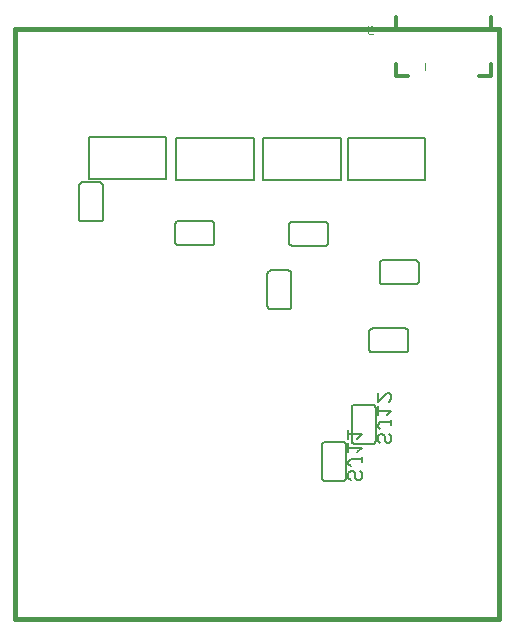
<source format=gbo>
G75*
%MOIN*%
%OFA0B0*%
%FSLAX24Y24*%
%IPPOS*%
%LPD*%
%AMOC8*
5,1,8,0,0,1.08239X$1,22.5*
%
%ADD10C,0.0160*%
%ADD11C,0.0080*%
%ADD12C,0.0060*%
%ADD13C,0.0120*%
%ADD14C,0.0000*%
%ADD15C,0.0010*%
%ADD16C,0.0050*%
D10*
X001046Y000180D02*
X017188Y000180D01*
X017188Y019865D01*
X001046Y019865D01*
X001046Y000180D01*
D11*
X003519Y014858D02*
X006100Y014858D01*
X006100Y016258D01*
X003519Y016258D01*
X003519Y014858D01*
X006437Y014842D02*
X009017Y014842D01*
X009017Y016242D01*
X006437Y016242D01*
X006437Y014842D01*
X009338Y014826D02*
X011919Y014826D01*
X011919Y016226D01*
X009338Y016226D01*
X009338Y014826D01*
X012153Y014826D02*
X014734Y014826D01*
X014734Y016226D01*
X012153Y016226D01*
X012153Y014826D01*
D12*
X011395Y013438D02*
X010295Y013438D01*
X010278Y013436D01*
X010261Y013432D01*
X010245Y013425D01*
X010231Y013415D01*
X010218Y013402D01*
X010208Y013388D01*
X010201Y013372D01*
X010197Y013355D01*
X010195Y013338D01*
X010195Y012738D01*
X010197Y012721D01*
X010201Y012704D01*
X010208Y012688D01*
X010218Y012674D01*
X010231Y012661D01*
X010245Y012651D01*
X010261Y012644D01*
X010278Y012640D01*
X010295Y012638D01*
X011395Y012638D01*
X011412Y012640D01*
X011429Y012644D01*
X011445Y012651D01*
X011459Y012661D01*
X011472Y012674D01*
X011482Y012688D01*
X011489Y012704D01*
X011493Y012721D01*
X011495Y012738D01*
X011495Y013338D01*
X011493Y013355D01*
X011489Y013372D01*
X011482Y013388D01*
X011472Y013402D01*
X011459Y013415D01*
X011445Y013425D01*
X011429Y013432D01*
X011412Y013436D01*
X011395Y013438D01*
X010174Y011812D02*
X009574Y011812D01*
X009557Y011810D01*
X009540Y011806D01*
X009524Y011799D01*
X009510Y011789D01*
X009497Y011776D01*
X009487Y011762D01*
X009480Y011746D01*
X009476Y011729D01*
X009474Y011712D01*
X009474Y010612D01*
X009476Y010595D01*
X009480Y010578D01*
X009487Y010562D01*
X009497Y010548D01*
X009510Y010535D01*
X009524Y010525D01*
X009540Y010518D01*
X009557Y010514D01*
X009574Y010512D01*
X010174Y010512D01*
X010191Y010514D01*
X010208Y010518D01*
X010224Y010525D01*
X010238Y010535D01*
X010251Y010548D01*
X010261Y010562D01*
X010268Y010578D01*
X010272Y010595D01*
X010274Y010612D01*
X010274Y011712D01*
X010272Y011729D01*
X010268Y011746D01*
X010261Y011762D01*
X010251Y011776D01*
X010238Y011789D01*
X010224Y011799D01*
X010208Y011806D01*
X010191Y011810D01*
X010174Y011812D01*
X007697Y012758D02*
X007697Y013358D01*
X007695Y013375D01*
X007691Y013392D01*
X007684Y013408D01*
X007674Y013422D01*
X007661Y013435D01*
X007647Y013445D01*
X007631Y013452D01*
X007614Y013456D01*
X007597Y013458D01*
X006497Y013458D01*
X006480Y013456D01*
X006463Y013452D01*
X006447Y013445D01*
X006433Y013435D01*
X006420Y013422D01*
X006410Y013408D01*
X006403Y013392D01*
X006399Y013375D01*
X006397Y013358D01*
X006397Y012758D01*
X006399Y012741D01*
X006403Y012724D01*
X006410Y012708D01*
X006420Y012694D01*
X006433Y012681D01*
X006447Y012671D01*
X006463Y012664D01*
X006480Y012660D01*
X006497Y012658D01*
X007597Y012658D01*
X007614Y012660D01*
X007631Y012664D01*
X007647Y012671D01*
X007661Y012681D01*
X007674Y012694D01*
X007684Y012708D01*
X007691Y012724D01*
X007695Y012741D01*
X007697Y012758D01*
X003988Y013546D02*
X003988Y014646D01*
X003986Y014663D01*
X003982Y014680D01*
X003975Y014696D01*
X003965Y014710D01*
X003952Y014723D01*
X003938Y014733D01*
X003922Y014740D01*
X003905Y014744D01*
X003888Y014746D01*
X003288Y014746D01*
X003271Y014744D01*
X003254Y014740D01*
X003238Y014733D01*
X003224Y014723D01*
X003211Y014710D01*
X003201Y014696D01*
X003194Y014680D01*
X003190Y014663D01*
X003188Y014646D01*
X003188Y013546D01*
X003190Y013529D01*
X003194Y013512D01*
X003201Y013496D01*
X003211Y013482D01*
X003224Y013469D01*
X003238Y013459D01*
X003254Y013452D01*
X003271Y013448D01*
X003288Y013446D01*
X003888Y013446D01*
X003905Y013448D01*
X003922Y013452D01*
X003938Y013459D01*
X003952Y013469D01*
X003965Y013482D01*
X003975Y013496D01*
X003982Y013512D01*
X003986Y013529D01*
X003988Y013546D01*
X011296Y006000D02*
X011296Y004900D01*
X011298Y004883D01*
X011302Y004866D01*
X011309Y004850D01*
X011319Y004836D01*
X011332Y004823D01*
X011346Y004813D01*
X011362Y004806D01*
X011379Y004802D01*
X011396Y004800D01*
X011996Y004800D01*
X012013Y004802D01*
X012030Y004806D01*
X012046Y004813D01*
X012060Y004823D01*
X012073Y004836D01*
X012083Y004850D01*
X012090Y004866D01*
X012094Y004883D01*
X012096Y004900D01*
X012096Y006000D01*
X012094Y006017D01*
X012090Y006034D01*
X012083Y006050D01*
X012073Y006064D01*
X012060Y006077D01*
X012046Y006087D01*
X012030Y006094D01*
X012013Y006098D01*
X011996Y006100D01*
X011396Y006100D01*
X011379Y006098D01*
X011362Y006094D01*
X011346Y006087D01*
X011332Y006077D01*
X011319Y006064D01*
X011309Y006050D01*
X011302Y006034D01*
X011298Y006017D01*
X011296Y006000D01*
X012276Y006135D02*
X012276Y007235D01*
X012278Y007252D01*
X012282Y007269D01*
X012289Y007285D01*
X012299Y007299D01*
X012312Y007312D01*
X012326Y007322D01*
X012342Y007329D01*
X012359Y007333D01*
X012376Y007335D01*
X012976Y007335D01*
X012993Y007333D01*
X013010Y007329D01*
X013026Y007322D01*
X013040Y007312D01*
X013053Y007299D01*
X013063Y007285D01*
X013070Y007269D01*
X013074Y007252D01*
X013076Y007235D01*
X013076Y006135D01*
X013074Y006118D01*
X013070Y006101D01*
X013063Y006085D01*
X013053Y006071D01*
X013040Y006058D01*
X013026Y006048D01*
X013010Y006041D01*
X012993Y006037D01*
X012976Y006035D01*
X012376Y006035D01*
X012359Y006037D01*
X012342Y006041D01*
X012326Y006048D01*
X012312Y006058D01*
X012299Y006071D01*
X012289Y006085D01*
X012282Y006101D01*
X012278Y006118D01*
X012276Y006135D01*
X012972Y009079D02*
X014072Y009079D01*
X014089Y009081D01*
X014106Y009085D01*
X014122Y009092D01*
X014136Y009102D01*
X014149Y009115D01*
X014159Y009129D01*
X014166Y009145D01*
X014170Y009162D01*
X014172Y009179D01*
X014172Y009779D01*
X014170Y009796D01*
X014166Y009813D01*
X014159Y009829D01*
X014149Y009843D01*
X014136Y009856D01*
X014122Y009866D01*
X014106Y009873D01*
X014089Y009877D01*
X014072Y009879D01*
X012972Y009879D01*
X012955Y009877D01*
X012938Y009873D01*
X012922Y009866D01*
X012908Y009856D01*
X012895Y009843D01*
X012885Y009829D01*
X012878Y009813D01*
X012874Y009796D01*
X012872Y009779D01*
X012872Y009179D01*
X012874Y009162D01*
X012878Y009145D01*
X012885Y009129D01*
X012895Y009115D01*
X012908Y009102D01*
X012922Y009092D01*
X012938Y009085D01*
X012955Y009081D01*
X012972Y009079D01*
X013311Y011355D02*
X014411Y011355D01*
X014428Y011357D01*
X014445Y011361D01*
X014461Y011368D01*
X014475Y011378D01*
X014488Y011391D01*
X014498Y011405D01*
X014505Y011421D01*
X014509Y011438D01*
X014511Y011455D01*
X014511Y012055D01*
X014509Y012072D01*
X014505Y012089D01*
X014498Y012105D01*
X014488Y012119D01*
X014475Y012132D01*
X014461Y012142D01*
X014445Y012149D01*
X014428Y012153D01*
X014411Y012155D01*
X013311Y012155D01*
X013294Y012153D01*
X013277Y012149D01*
X013261Y012142D01*
X013247Y012132D01*
X013234Y012119D01*
X013224Y012105D01*
X013217Y012089D01*
X013213Y012072D01*
X013211Y012055D01*
X013211Y011455D01*
X013213Y011438D01*
X013217Y011421D01*
X013224Y011405D01*
X013234Y011391D01*
X013247Y011378D01*
X013261Y011368D01*
X013277Y011361D01*
X013294Y011357D01*
X013311Y011355D01*
D13*
X013766Y018309D02*
X014160Y018309D01*
X013769Y018316D02*
X013769Y018703D01*
X013766Y018703D01*
X013766Y019884D02*
X013766Y020277D01*
X016522Y018309D02*
X016916Y018309D01*
X016916Y018703D01*
X016916Y019884D02*
X016916Y020277D01*
D14*
X014711Y018742D02*
X014711Y018506D01*
D15*
X012986Y019700D02*
X012861Y019700D01*
X012836Y019725D01*
X012836Y019775D01*
X012861Y019800D01*
X012986Y019800D01*
X012961Y019848D02*
X012986Y019873D01*
X012986Y019923D01*
X012961Y019948D01*
X012936Y019948D01*
X012836Y019848D01*
X012836Y019948D01*
D16*
X013151Y007741D02*
X013151Y007441D01*
X013451Y007741D01*
X013526Y007741D01*
X013601Y007666D01*
X013601Y007516D01*
X013526Y007441D01*
X013601Y007131D02*
X013451Y006981D01*
X013601Y007131D02*
X013151Y007131D01*
X013151Y006981D02*
X013151Y007281D01*
X013226Y006746D02*
X013151Y006671D01*
X013151Y006595D01*
X013226Y006520D01*
X013226Y006360D02*
X013151Y006285D01*
X013151Y006135D01*
X013226Y006060D01*
X013376Y006135D02*
X013376Y006285D01*
X013301Y006360D01*
X013226Y006360D01*
X013226Y006746D02*
X013601Y006746D01*
X013601Y006671D02*
X013601Y006821D01*
X013526Y006360D02*
X013601Y006285D01*
X013601Y006135D01*
X013526Y006060D01*
X013451Y006060D01*
X013376Y006135D01*
X012621Y006356D02*
X012171Y006356D01*
X012171Y006206D02*
X012171Y006506D01*
X012471Y006206D02*
X012621Y006356D01*
X012621Y005896D02*
X012171Y005896D01*
X012171Y005746D02*
X012171Y006046D01*
X012471Y005746D02*
X012621Y005896D01*
X012621Y005586D02*
X012621Y005436D01*
X012621Y005511D02*
X012246Y005511D01*
X012171Y005436D01*
X012171Y005360D01*
X012246Y005285D01*
X012246Y005125D02*
X012171Y005050D01*
X012171Y004900D01*
X012246Y004825D01*
X012396Y004900D02*
X012396Y005050D01*
X012321Y005125D01*
X012246Y005125D01*
X012546Y005125D02*
X012621Y005050D01*
X012621Y004900D01*
X012546Y004825D01*
X012471Y004825D01*
X012396Y004900D01*
M02*

</source>
